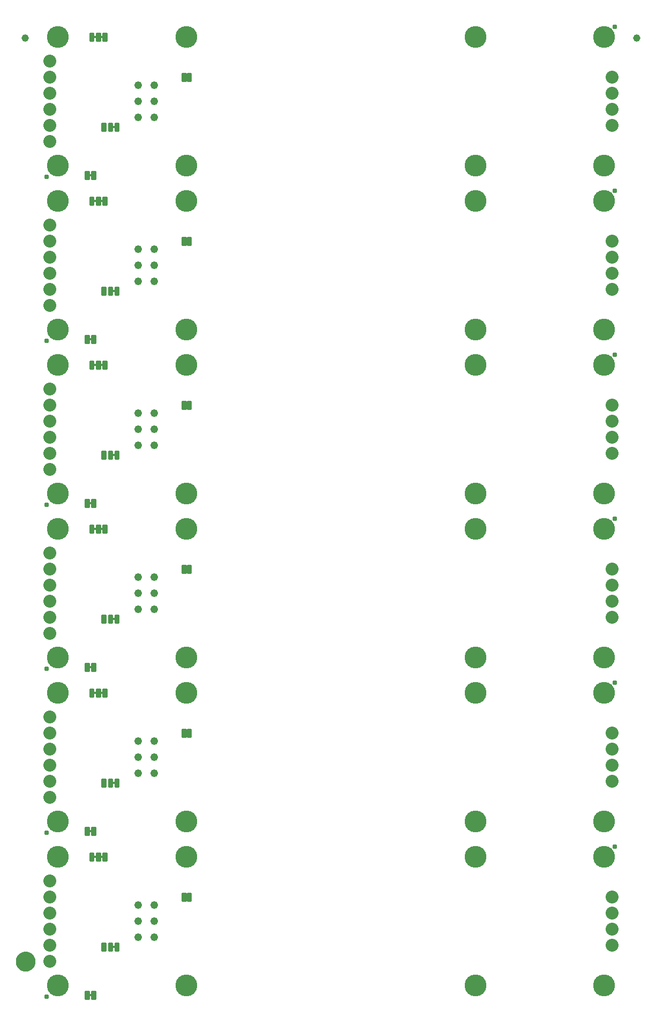
<source format=gbs>
G04 EAGLE Gerber RS-274X export*
G75*
%MOMM*%
%FSLAX34Y34*%
%LPD*%
%INSoldermask Bottom*%
%IPPOS*%
%AMOC8*
5,1,8,0,0,1.08239X$1,22.5*%
G01*
%ADD10C,3.454400*%
%ADD11C,0.787400*%
%ADD12C,1.221313*%
%ADD13C,0.251966*%
%ADD14C,2.032000*%
%ADD15C,1.152400*%
%ADD16C,1.270000*%
%ADD17C,1.652400*%

G36*
X95950Y1522107D02*
X95950Y1522107D01*
X96016Y1522109D01*
X96059Y1522127D01*
X96106Y1522135D01*
X96163Y1522169D01*
X96223Y1522194D01*
X96258Y1522225D01*
X96299Y1522250D01*
X96341Y1522301D01*
X96389Y1522345D01*
X96411Y1522387D01*
X96440Y1522424D01*
X96461Y1522486D01*
X96492Y1522545D01*
X96500Y1522599D01*
X96512Y1522636D01*
X96511Y1522676D01*
X96519Y1522730D01*
X96519Y1525270D01*
X96508Y1525335D01*
X96506Y1525401D01*
X96488Y1525444D01*
X96480Y1525491D01*
X96446Y1525548D01*
X96421Y1525608D01*
X96390Y1525643D01*
X96365Y1525684D01*
X96314Y1525726D01*
X96270Y1525774D01*
X96228Y1525796D01*
X96191Y1525825D01*
X96129Y1525846D01*
X96070Y1525877D01*
X96016Y1525885D01*
X95979Y1525897D01*
X95939Y1525896D01*
X95885Y1525904D01*
X92075Y1525904D01*
X92010Y1525893D01*
X91944Y1525891D01*
X91901Y1525873D01*
X91854Y1525865D01*
X91797Y1525831D01*
X91737Y1525806D01*
X91702Y1525775D01*
X91661Y1525750D01*
X91620Y1525699D01*
X91571Y1525655D01*
X91549Y1525613D01*
X91520Y1525576D01*
X91499Y1525514D01*
X91468Y1525455D01*
X91460Y1525401D01*
X91448Y1525364D01*
X91448Y1525361D01*
X91449Y1525324D01*
X91441Y1525270D01*
X91441Y1522730D01*
X91452Y1522665D01*
X91454Y1522599D01*
X91472Y1522556D01*
X91480Y1522509D01*
X91514Y1522452D01*
X91539Y1522392D01*
X91570Y1522357D01*
X91595Y1522316D01*
X91646Y1522275D01*
X91690Y1522226D01*
X91732Y1522204D01*
X91769Y1522175D01*
X91831Y1522154D01*
X91890Y1522123D01*
X91944Y1522115D01*
X91981Y1522103D01*
X92021Y1522104D01*
X92075Y1522096D01*
X95885Y1522096D01*
X95950Y1522107D01*
G37*
G36*
X85790Y1522107D02*
X85790Y1522107D01*
X85856Y1522109D01*
X85899Y1522127D01*
X85946Y1522135D01*
X86003Y1522169D01*
X86063Y1522194D01*
X86098Y1522225D01*
X86139Y1522250D01*
X86181Y1522301D01*
X86229Y1522345D01*
X86251Y1522387D01*
X86280Y1522424D01*
X86301Y1522486D01*
X86332Y1522545D01*
X86340Y1522599D01*
X86352Y1522636D01*
X86351Y1522676D01*
X86359Y1522730D01*
X86359Y1525270D01*
X86348Y1525335D01*
X86346Y1525401D01*
X86328Y1525444D01*
X86320Y1525491D01*
X86286Y1525548D01*
X86261Y1525608D01*
X86230Y1525643D01*
X86205Y1525684D01*
X86154Y1525726D01*
X86110Y1525774D01*
X86068Y1525796D01*
X86031Y1525825D01*
X85969Y1525846D01*
X85910Y1525877D01*
X85856Y1525885D01*
X85819Y1525897D01*
X85779Y1525896D01*
X85725Y1525904D01*
X81915Y1525904D01*
X81850Y1525893D01*
X81784Y1525891D01*
X81741Y1525873D01*
X81694Y1525865D01*
X81637Y1525831D01*
X81577Y1525806D01*
X81542Y1525775D01*
X81501Y1525750D01*
X81460Y1525699D01*
X81411Y1525655D01*
X81389Y1525613D01*
X81360Y1525576D01*
X81339Y1525514D01*
X81308Y1525455D01*
X81300Y1525401D01*
X81288Y1525364D01*
X81288Y1525361D01*
X81289Y1525324D01*
X81281Y1525270D01*
X81281Y1522730D01*
X81292Y1522665D01*
X81294Y1522599D01*
X81312Y1522556D01*
X81320Y1522509D01*
X81354Y1522452D01*
X81379Y1522392D01*
X81410Y1522357D01*
X81435Y1522316D01*
X81486Y1522275D01*
X81530Y1522226D01*
X81572Y1522204D01*
X81609Y1522175D01*
X81671Y1522154D01*
X81730Y1522123D01*
X81784Y1522115D01*
X81821Y1522103D01*
X81861Y1522104D01*
X81915Y1522096D01*
X85725Y1522096D01*
X85790Y1522107D01*
G37*
G36*
X115000Y1379867D02*
X115000Y1379867D01*
X115066Y1379869D01*
X115109Y1379887D01*
X115156Y1379895D01*
X115213Y1379929D01*
X115273Y1379954D01*
X115308Y1379985D01*
X115349Y1380010D01*
X115391Y1380061D01*
X115439Y1380105D01*
X115461Y1380147D01*
X115490Y1380184D01*
X115511Y1380246D01*
X115542Y1380305D01*
X115550Y1380359D01*
X115562Y1380396D01*
X115561Y1380436D01*
X115569Y1380490D01*
X115569Y1383030D01*
X115558Y1383095D01*
X115556Y1383161D01*
X115538Y1383204D01*
X115530Y1383251D01*
X115496Y1383308D01*
X115471Y1383368D01*
X115440Y1383403D01*
X115415Y1383444D01*
X115364Y1383486D01*
X115320Y1383534D01*
X115278Y1383556D01*
X115241Y1383585D01*
X115179Y1383606D01*
X115120Y1383637D01*
X115066Y1383645D01*
X115029Y1383657D01*
X114989Y1383656D01*
X114935Y1383664D01*
X111125Y1383664D01*
X111060Y1383653D01*
X110994Y1383651D01*
X110951Y1383633D01*
X110904Y1383625D01*
X110847Y1383591D01*
X110787Y1383566D01*
X110752Y1383535D01*
X110711Y1383510D01*
X110670Y1383459D01*
X110621Y1383415D01*
X110599Y1383373D01*
X110570Y1383336D01*
X110549Y1383274D01*
X110518Y1383215D01*
X110510Y1383161D01*
X110498Y1383124D01*
X110498Y1383121D01*
X110499Y1383084D01*
X110491Y1383030D01*
X110491Y1380490D01*
X110502Y1380425D01*
X110504Y1380359D01*
X110522Y1380316D01*
X110530Y1380269D01*
X110564Y1380212D01*
X110589Y1380152D01*
X110620Y1380117D01*
X110645Y1380076D01*
X110696Y1380035D01*
X110740Y1379986D01*
X110782Y1379964D01*
X110819Y1379935D01*
X110881Y1379914D01*
X110940Y1379883D01*
X110994Y1379875D01*
X111031Y1379863D01*
X111071Y1379864D01*
X111125Y1379856D01*
X114935Y1379856D01*
X115000Y1379867D01*
G37*
G36*
X78170Y1303667D02*
X78170Y1303667D01*
X78236Y1303669D01*
X78279Y1303687D01*
X78326Y1303695D01*
X78383Y1303729D01*
X78443Y1303754D01*
X78478Y1303785D01*
X78519Y1303810D01*
X78561Y1303861D01*
X78609Y1303905D01*
X78631Y1303947D01*
X78660Y1303984D01*
X78681Y1304046D01*
X78712Y1304105D01*
X78720Y1304159D01*
X78732Y1304196D01*
X78731Y1304236D01*
X78739Y1304290D01*
X78739Y1306830D01*
X78728Y1306895D01*
X78726Y1306961D01*
X78708Y1307004D01*
X78700Y1307051D01*
X78666Y1307108D01*
X78641Y1307168D01*
X78610Y1307203D01*
X78585Y1307244D01*
X78534Y1307286D01*
X78490Y1307334D01*
X78448Y1307356D01*
X78411Y1307385D01*
X78349Y1307406D01*
X78290Y1307437D01*
X78236Y1307445D01*
X78199Y1307457D01*
X78159Y1307456D01*
X78105Y1307464D01*
X74295Y1307464D01*
X74230Y1307453D01*
X74164Y1307451D01*
X74121Y1307433D01*
X74074Y1307425D01*
X74017Y1307391D01*
X73957Y1307366D01*
X73922Y1307335D01*
X73881Y1307310D01*
X73840Y1307259D01*
X73791Y1307215D01*
X73769Y1307173D01*
X73740Y1307136D01*
X73719Y1307074D01*
X73688Y1307015D01*
X73680Y1306961D01*
X73668Y1306924D01*
X73668Y1306921D01*
X73669Y1306884D01*
X73661Y1306830D01*
X73661Y1304290D01*
X73672Y1304225D01*
X73674Y1304159D01*
X73692Y1304116D01*
X73700Y1304069D01*
X73734Y1304012D01*
X73759Y1303952D01*
X73790Y1303917D01*
X73815Y1303876D01*
X73866Y1303835D01*
X73910Y1303786D01*
X73952Y1303764D01*
X73989Y1303735D01*
X74051Y1303714D01*
X74110Y1303683D01*
X74164Y1303675D01*
X74201Y1303663D01*
X74241Y1303664D01*
X74295Y1303656D01*
X78105Y1303656D01*
X78170Y1303667D01*
G37*
G36*
X95950Y1263027D02*
X95950Y1263027D01*
X96016Y1263029D01*
X96059Y1263047D01*
X96106Y1263055D01*
X96163Y1263089D01*
X96223Y1263114D01*
X96258Y1263145D01*
X96299Y1263170D01*
X96341Y1263221D01*
X96389Y1263265D01*
X96411Y1263307D01*
X96440Y1263344D01*
X96461Y1263406D01*
X96492Y1263465D01*
X96500Y1263519D01*
X96512Y1263556D01*
X96511Y1263596D01*
X96519Y1263650D01*
X96519Y1266190D01*
X96508Y1266255D01*
X96506Y1266321D01*
X96488Y1266364D01*
X96480Y1266411D01*
X96446Y1266468D01*
X96421Y1266528D01*
X96390Y1266563D01*
X96365Y1266604D01*
X96314Y1266646D01*
X96270Y1266694D01*
X96228Y1266716D01*
X96191Y1266745D01*
X96129Y1266766D01*
X96070Y1266797D01*
X96016Y1266805D01*
X95979Y1266817D01*
X95939Y1266816D01*
X95885Y1266824D01*
X92075Y1266824D01*
X92010Y1266813D01*
X91944Y1266811D01*
X91901Y1266793D01*
X91854Y1266785D01*
X91797Y1266751D01*
X91737Y1266726D01*
X91702Y1266695D01*
X91661Y1266670D01*
X91620Y1266619D01*
X91571Y1266575D01*
X91549Y1266533D01*
X91520Y1266496D01*
X91499Y1266434D01*
X91468Y1266375D01*
X91460Y1266321D01*
X91448Y1266284D01*
X91448Y1266281D01*
X91449Y1266244D01*
X91441Y1266190D01*
X91441Y1263650D01*
X91452Y1263585D01*
X91454Y1263519D01*
X91472Y1263476D01*
X91480Y1263429D01*
X91514Y1263372D01*
X91539Y1263312D01*
X91570Y1263277D01*
X91595Y1263236D01*
X91646Y1263195D01*
X91690Y1263146D01*
X91732Y1263124D01*
X91769Y1263095D01*
X91831Y1263074D01*
X91890Y1263043D01*
X91944Y1263035D01*
X91981Y1263023D01*
X92021Y1263024D01*
X92075Y1263016D01*
X95885Y1263016D01*
X95950Y1263027D01*
G37*
G36*
X85790Y1263027D02*
X85790Y1263027D01*
X85856Y1263029D01*
X85899Y1263047D01*
X85946Y1263055D01*
X86003Y1263089D01*
X86063Y1263114D01*
X86098Y1263145D01*
X86139Y1263170D01*
X86181Y1263221D01*
X86229Y1263265D01*
X86251Y1263307D01*
X86280Y1263344D01*
X86301Y1263406D01*
X86332Y1263465D01*
X86340Y1263519D01*
X86352Y1263556D01*
X86351Y1263596D01*
X86359Y1263650D01*
X86359Y1266190D01*
X86348Y1266255D01*
X86346Y1266321D01*
X86328Y1266364D01*
X86320Y1266411D01*
X86286Y1266468D01*
X86261Y1266528D01*
X86230Y1266563D01*
X86205Y1266604D01*
X86154Y1266646D01*
X86110Y1266694D01*
X86068Y1266716D01*
X86031Y1266745D01*
X85969Y1266766D01*
X85910Y1266797D01*
X85856Y1266805D01*
X85819Y1266817D01*
X85779Y1266816D01*
X85725Y1266824D01*
X81915Y1266824D01*
X81850Y1266813D01*
X81784Y1266811D01*
X81741Y1266793D01*
X81694Y1266785D01*
X81637Y1266751D01*
X81577Y1266726D01*
X81542Y1266695D01*
X81501Y1266670D01*
X81460Y1266619D01*
X81411Y1266575D01*
X81389Y1266533D01*
X81360Y1266496D01*
X81339Y1266434D01*
X81308Y1266375D01*
X81300Y1266321D01*
X81288Y1266284D01*
X81288Y1266281D01*
X81289Y1266244D01*
X81281Y1266190D01*
X81281Y1263650D01*
X81292Y1263585D01*
X81294Y1263519D01*
X81312Y1263476D01*
X81320Y1263429D01*
X81354Y1263372D01*
X81379Y1263312D01*
X81410Y1263277D01*
X81435Y1263236D01*
X81486Y1263195D01*
X81530Y1263146D01*
X81572Y1263124D01*
X81609Y1263095D01*
X81671Y1263074D01*
X81730Y1263043D01*
X81784Y1263035D01*
X81821Y1263023D01*
X81861Y1263024D01*
X81915Y1263016D01*
X85725Y1263016D01*
X85790Y1263027D01*
G37*
G36*
X115000Y1120787D02*
X115000Y1120787D01*
X115066Y1120789D01*
X115109Y1120807D01*
X115156Y1120815D01*
X115213Y1120849D01*
X115273Y1120874D01*
X115308Y1120905D01*
X115349Y1120930D01*
X115391Y1120981D01*
X115439Y1121025D01*
X115461Y1121067D01*
X115490Y1121104D01*
X115511Y1121166D01*
X115542Y1121225D01*
X115550Y1121279D01*
X115562Y1121316D01*
X115561Y1121356D01*
X115569Y1121410D01*
X115569Y1123950D01*
X115558Y1124015D01*
X115556Y1124081D01*
X115538Y1124124D01*
X115530Y1124171D01*
X115496Y1124228D01*
X115471Y1124288D01*
X115440Y1124323D01*
X115415Y1124364D01*
X115364Y1124406D01*
X115320Y1124454D01*
X115278Y1124476D01*
X115241Y1124505D01*
X115179Y1124526D01*
X115120Y1124557D01*
X115066Y1124565D01*
X115029Y1124577D01*
X114989Y1124576D01*
X114935Y1124584D01*
X111125Y1124584D01*
X111060Y1124573D01*
X110994Y1124571D01*
X110951Y1124553D01*
X110904Y1124545D01*
X110847Y1124511D01*
X110787Y1124486D01*
X110752Y1124455D01*
X110711Y1124430D01*
X110670Y1124379D01*
X110621Y1124335D01*
X110599Y1124293D01*
X110570Y1124256D01*
X110549Y1124194D01*
X110518Y1124135D01*
X110510Y1124081D01*
X110498Y1124044D01*
X110498Y1124041D01*
X110499Y1124004D01*
X110491Y1123950D01*
X110491Y1121410D01*
X110502Y1121345D01*
X110504Y1121279D01*
X110522Y1121236D01*
X110530Y1121189D01*
X110564Y1121132D01*
X110589Y1121072D01*
X110620Y1121037D01*
X110645Y1120996D01*
X110696Y1120955D01*
X110740Y1120906D01*
X110782Y1120884D01*
X110819Y1120855D01*
X110881Y1120834D01*
X110940Y1120803D01*
X110994Y1120795D01*
X111031Y1120783D01*
X111071Y1120784D01*
X111125Y1120776D01*
X114935Y1120776D01*
X115000Y1120787D01*
G37*
G36*
X78170Y1044587D02*
X78170Y1044587D01*
X78236Y1044589D01*
X78279Y1044607D01*
X78326Y1044615D01*
X78383Y1044649D01*
X78443Y1044674D01*
X78478Y1044705D01*
X78519Y1044730D01*
X78561Y1044781D01*
X78609Y1044825D01*
X78631Y1044867D01*
X78660Y1044904D01*
X78681Y1044966D01*
X78712Y1045025D01*
X78720Y1045079D01*
X78732Y1045116D01*
X78731Y1045156D01*
X78739Y1045210D01*
X78739Y1047750D01*
X78728Y1047815D01*
X78726Y1047881D01*
X78708Y1047924D01*
X78700Y1047971D01*
X78666Y1048028D01*
X78641Y1048088D01*
X78610Y1048123D01*
X78585Y1048164D01*
X78534Y1048206D01*
X78490Y1048254D01*
X78448Y1048276D01*
X78411Y1048305D01*
X78349Y1048326D01*
X78290Y1048357D01*
X78236Y1048365D01*
X78199Y1048377D01*
X78159Y1048376D01*
X78105Y1048384D01*
X74295Y1048384D01*
X74230Y1048373D01*
X74164Y1048371D01*
X74121Y1048353D01*
X74074Y1048345D01*
X74017Y1048311D01*
X73957Y1048286D01*
X73922Y1048255D01*
X73881Y1048230D01*
X73840Y1048179D01*
X73791Y1048135D01*
X73769Y1048093D01*
X73740Y1048056D01*
X73719Y1047994D01*
X73688Y1047935D01*
X73680Y1047881D01*
X73668Y1047844D01*
X73668Y1047841D01*
X73669Y1047804D01*
X73661Y1047750D01*
X73661Y1045210D01*
X73672Y1045145D01*
X73674Y1045079D01*
X73692Y1045036D01*
X73700Y1044989D01*
X73734Y1044932D01*
X73759Y1044872D01*
X73790Y1044837D01*
X73815Y1044796D01*
X73866Y1044755D01*
X73910Y1044706D01*
X73952Y1044684D01*
X73989Y1044655D01*
X74051Y1044634D01*
X74110Y1044603D01*
X74164Y1044595D01*
X74201Y1044583D01*
X74241Y1044584D01*
X74295Y1044576D01*
X78105Y1044576D01*
X78170Y1044587D01*
G37*
G36*
X85790Y1003947D02*
X85790Y1003947D01*
X85856Y1003949D01*
X85899Y1003967D01*
X85946Y1003975D01*
X86003Y1004009D01*
X86063Y1004034D01*
X86098Y1004065D01*
X86139Y1004090D01*
X86181Y1004141D01*
X86229Y1004185D01*
X86251Y1004227D01*
X86280Y1004264D01*
X86301Y1004326D01*
X86332Y1004385D01*
X86340Y1004439D01*
X86352Y1004476D01*
X86351Y1004516D01*
X86359Y1004570D01*
X86359Y1007110D01*
X86348Y1007175D01*
X86346Y1007241D01*
X86328Y1007284D01*
X86320Y1007331D01*
X86286Y1007388D01*
X86261Y1007448D01*
X86230Y1007483D01*
X86205Y1007524D01*
X86154Y1007566D01*
X86110Y1007614D01*
X86068Y1007636D01*
X86031Y1007665D01*
X85969Y1007686D01*
X85910Y1007717D01*
X85856Y1007725D01*
X85819Y1007737D01*
X85779Y1007736D01*
X85725Y1007744D01*
X81915Y1007744D01*
X81850Y1007733D01*
X81784Y1007731D01*
X81741Y1007713D01*
X81694Y1007705D01*
X81637Y1007671D01*
X81577Y1007646D01*
X81542Y1007615D01*
X81501Y1007590D01*
X81460Y1007539D01*
X81411Y1007495D01*
X81389Y1007453D01*
X81360Y1007416D01*
X81339Y1007354D01*
X81308Y1007295D01*
X81300Y1007241D01*
X81288Y1007204D01*
X81288Y1007201D01*
X81289Y1007164D01*
X81281Y1007110D01*
X81281Y1004570D01*
X81292Y1004505D01*
X81294Y1004439D01*
X81312Y1004396D01*
X81320Y1004349D01*
X81354Y1004292D01*
X81379Y1004232D01*
X81410Y1004197D01*
X81435Y1004156D01*
X81486Y1004115D01*
X81530Y1004066D01*
X81572Y1004044D01*
X81609Y1004015D01*
X81671Y1003994D01*
X81730Y1003963D01*
X81784Y1003955D01*
X81821Y1003943D01*
X81861Y1003944D01*
X81915Y1003936D01*
X85725Y1003936D01*
X85790Y1003947D01*
G37*
G36*
X95950Y1003947D02*
X95950Y1003947D01*
X96016Y1003949D01*
X96059Y1003967D01*
X96106Y1003975D01*
X96163Y1004009D01*
X96223Y1004034D01*
X96258Y1004065D01*
X96299Y1004090D01*
X96341Y1004141D01*
X96389Y1004185D01*
X96411Y1004227D01*
X96440Y1004264D01*
X96461Y1004326D01*
X96492Y1004385D01*
X96500Y1004439D01*
X96512Y1004476D01*
X96511Y1004516D01*
X96519Y1004570D01*
X96519Y1007110D01*
X96508Y1007175D01*
X96506Y1007241D01*
X96488Y1007284D01*
X96480Y1007331D01*
X96446Y1007388D01*
X96421Y1007448D01*
X96390Y1007483D01*
X96365Y1007524D01*
X96314Y1007566D01*
X96270Y1007614D01*
X96228Y1007636D01*
X96191Y1007665D01*
X96129Y1007686D01*
X96070Y1007717D01*
X96016Y1007725D01*
X95979Y1007737D01*
X95939Y1007736D01*
X95885Y1007744D01*
X92075Y1007744D01*
X92010Y1007733D01*
X91944Y1007731D01*
X91901Y1007713D01*
X91854Y1007705D01*
X91797Y1007671D01*
X91737Y1007646D01*
X91702Y1007615D01*
X91661Y1007590D01*
X91620Y1007539D01*
X91571Y1007495D01*
X91549Y1007453D01*
X91520Y1007416D01*
X91499Y1007354D01*
X91468Y1007295D01*
X91460Y1007241D01*
X91448Y1007204D01*
X91448Y1007201D01*
X91449Y1007164D01*
X91441Y1007110D01*
X91441Y1004570D01*
X91452Y1004505D01*
X91454Y1004439D01*
X91472Y1004396D01*
X91480Y1004349D01*
X91514Y1004292D01*
X91539Y1004232D01*
X91570Y1004197D01*
X91595Y1004156D01*
X91646Y1004115D01*
X91690Y1004066D01*
X91732Y1004044D01*
X91769Y1004015D01*
X91831Y1003994D01*
X91890Y1003963D01*
X91944Y1003955D01*
X91981Y1003943D01*
X92021Y1003944D01*
X92075Y1003936D01*
X95885Y1003936D01*
X95950Y1003947D01*
G37*
G36*
X115000Y861707D02*
X115000Y861707D01*
X115066Y861709D01*
X115109Y861727D01*
X115156Y861735D01*
X115213Y861769D01*
X115273Y861794D01*
X115308Y861825D01*
X115349Y861850D01*
X115391Y861901D01*
X115439Y861945D01*
X115461Y861987D01*
X115490Y862024D01*
X115511Y862086D01*
X115542Y862145D01*
X115550Y862199D01*
X115562Y862236D01*
X115561Y862276D01*
X115569Y862330D01*
X115569Y864870D01*
X115558Y864935D01*
X115556Y865001D01*
X115538Y865044D01*
X115530Y865091D01*
X115496Y865148D01*
X115471Y865208D01*
X115440Y865243D01*
X115415Y865284D01*
X115364Y865326D01*
X115320Y865374D01*
X115278Y865396D01*
X115241Y865425D01*
X115179Y865446D01*
X115120Y865477D01*
X115066Y865485D01*
X115029Y865497D01*
X114989Y865496D01*
X114935Y865504D01*
X111125Y865504D01*
X111060Y865493D01*
X110994Y865491D01*
X110951Y865473D01*
X110904Y865465D01*
X110847Y865431D01*
X110787Y865406D01*
X110752Y865375D01*
X110711Y865350D01*
X110670Y865299D01*
X110621Y865255D01*
X110599Y865213D01*
X110570Y865176D01*
X110549Y865114D01*
X110518Y865055D01*
X110510Y865001D01*
X110498Y864964D01*
X110498Y864961D01*
X110499Y864924D01*
X110491Y864870D01*
X110491Y862330D01*
X110502Y862265D01*
X110504Y862199D01*
X110522Y862156D01*
X110530Y862109D01*
X110564Y862052D01*
X110589Y861992D01*
X110620Y861957D01*
X110645Y861916D01*
X110696Y861875D01*
X110740Y861826D01*
X110782Y861804D01*
X110819Y861775D01*
X110881Y861754D01*
X110940Y861723D01*
X110994Y861715D01*
X111031Y861703D01*
X111071Y861704D01*
X111125Y861696D01*
X114935Y861696D01*
X115000Y861707D01*
G37*
G36*
X78170Y785507D02*
X78170Y785507D01*
X78236Y785509D01*
X78279Y785527D01*
X78326Y785535D01*
X78383Y785569D01*
X78443Y785594D01*
X78478Y785625D01*
X78519Y785650D01*
X78561Y785701D01*
X78609Y785745D01*
X78631Y785787D01*
X78660Y785824D01*
X78681Y785886D01*
X78712Y785945D01*
X78720Y785999D01*
X78732Y786036D01*
X78731Y786076D01*
X78739Y786130D01*
X78739Y788670D01*
X78728Y788735D01*
X78726Y788801D01*
X78708Y788844D01*
X78700Y788891D01*
X78666Y788948D01*
X78641Y789008D01*
X78610Y789043D01*
X78585Y789084D01*
X78534Y789126D01*
X78490Y789174D01*
X78448Y789196D01*
X78411Y789225D01*
X78349Y789246D01*
X78290Y789277D01*
X78236Y789285D01*
X78199Y789297D01*
X78159Y789296D01*
X78105Y789304D01*
X74295Y789304D01*
X74230Y789293D01*
X74164Y789291D01*
X74121Y789273D01*
X74074Y789265D01*
X74017Y789231D01*
X73957Y789206D01*
X73922Y789175D01*
X73881Y789150D01*
X73840Y789099D01*
X73791Y789055D01*
X73769Y789013D01*
X73740Y788976D01*
X73719Y788914D01*
X73688Y788855D01*
X73680Y788801D01*
X73668Y788764D01*
X73668Y788761D01*
X73669Y788724D01*
X73661Y788670D01*
X73661Y786130D01*
X73672Y786065D01*
X73674Y785999D01*
X73692Y785956D01*
X73700Y785909D01*
X73734Y785852D01*
X73759Y785792D01*
X73790Y785757D01*
X73815Y785716D01*
X73866Y785675D01*
X73910Y785626D01*
X73952Y785604D01*
X73989Y785575D01*
X74051Y785554D01*
X74110Y785523D01*
X74164Y785515D01*
X74201Y785503D01*
X74241Y785504D01*
X74295Y785496D01*
X78105Y785496D01*
X78170Y785507D01*
G37*
G36*
X95950Y744867D02*
X95950Y744867D01*
X96016Y744869D01*
X96059Y744887D01*
X96106Y744895D01*
X96163Y744929D01*
X96223Y744954D01*
X96258Y744985D01*
X96299Y745010D01*
X96341Y745061D01*
X96389Y745105D01*
X96411Y745147D01*
X96440Y745184D01*
X96461Y745246D01*
X96492Y745305D01*
X96500Y745359D01*
X96512Y745396D01*
X96511Y745436D01*
X96519Y745490D01*
X96519Y748030D01*
X96508Y748095D01*
X96506Y748161D01*
X96488Y748204D01*
X96480Y748251D01*
X96446Y748308D01*
X96421Y748368D01*
X96390Y748403D01*
X96365Y748444D01*
X96314Y748486D01*
X96270Y748534D01*
X96228Y748556D01*
X96191Y748585D01*
X96129Y748606D01*
X96070Y748637D01*
X96016Y748645D01*
X95979Y748657D01*
X95939Y748656D01*
X95885Y748664D01*
X92075Y748664D01*
X92010Y748653D01*
X91944Y748651D01*
X91901Y748633D01*
X91854Y748625D01*
X91797Y748591D01*
X91737Y748566D01*
X91702Y748535D01*
X91661Y748510D01*
X91620Y748459D01*
X91571Y748415D01*
X91549Y748373D01*
X91520Y748336D01*
X91499Y748274D01*
X91468Y748215D01*
X91460Y748161D01*
X91448Y748124D01*
X91448Y748121D01*
X91449Y748084D01*
X91441Y748030D01*
X91441Y745490D01*
X91452Y745425D01*
X91454Y745359D01*
X91472Y745316D01*
X91480Y745269D01*
X91514Y745212D01*
X91539Y745152D01*
X91570Y745117D01*
X91595Y745076D01*
X91646Y745035D01*
X91690Y744986D01*
X91732Y744964D01*
X91769Y744935D01*
X91831Y744914D01*
X91890Y744883D01*
X91944Y744875D01*
X91981Y744863D01*
X92021Y744864D01*
X92075Y744856D01*
X95885Y744856D01*
X95950Y744867D01*
G37*
G36*
X85790Y744867D02*
X85790Y744867D01*
X85856Y744869D01*
X85899Y744887D01*
X85946Y744895D01*
X86003Y744929D01*
X86063Y744954D01*
X86098Y744985D01*
X86139Y745010D01*
X86181Y745061D01*
X86229Y745105D01*
X86251Y745147D01*
X86280Y745184D01*
X86301Y745246D01*
X86332Y745305D01*
X86340Y745359D01*
X86352Y745396D01*
X86351Y745436D01*
X86359Y745490D01*
X86359Y748030D01*
X86348Y748095D01*
X86346Y748161D01*
X86328Y748204D01*
X86320Y748251D01*
X86286Y748308D01*
X86261Y748368D01*
X86230Y748403D01*
X86205Y748444D01*
X86154Y748486D01*
X86110Y748534D01*
X86068Y748556D01*
X86031Y748585D01*
X85969Y748606D01*
X85910Y748637D01*
X85856Y748645D01*
X85819Y748657D01*
X85779Y748656D01*
X85725Y748664D01*
X81915Y748664D01*
X81850Y748653D01*
X81784Y748651D01*
X81741Y748633D01*
X81694Y748625D01*
X81637Y748591D01*
X81577Y748566D01*
X81542Y748535D01*
X81501Y748510D01*
X81460Y748459D01*
X81411Y748415D01*
X81389Y748373D01*
X81360Y748336D01*
X81339Y748274D01*
X81308Y748215D01*
X81300Y748161D01*
X81288Y748124D01*
X81288Y748121D01*
X81289Y748084D01*
X81281Y748030D01*
X81281Y745490D01*
X81292Y745425D01*
X81294Y745359D01*
X81312Y745316D01*
X81320Y745269D01*
X81354Y745212D01*
X81379Y745152D01*
X81410Y745117D01*
X81435Y745076D01*
X81486Y745035D01*
X81530Y744986D01*
X81572Y744964D01*
X81609Y744935D01*
X81671Y744914D01*
X81730Y744883D01*
X81784Y744875D01*
X81821Y744863D01*
X81861Y744864D01*
X81915Y744856D01*
X85725Y744856D01*
X85790Y744867D01*
G37*
G36*
X115000Y602627D02*
X115000Y602627D01*
X115066Y602629D01*
X115109Y602647D01*
X115156Y602655D01*
X115213Y602689D01*
X115273Y602714D01*
X115308Y602745D01*
X115349Y602770D01*
X115391Y602821D01*
X115439Y602865D01*
X115461Y602907D01*
X115490Y602944D01*
X115511Y603006D01*
X115542Y603065D01*
X115550Y603119D01*
X115562Y603156D01*
X115561Y603196D01*
X115569Y603250D01*
X115569Y605790D01*
X115558Y605855D01*
X115556Y605921D01*
X115538Y605964D01*
X115530Y606011D01*
X115496Y606068D01*
X115471Y606128D01*
X115440Y606163D01*
X115415Y606204D01*
X115364Y606246D01*
X115320Y606294D01*
X115278Y606316D01*
X115241Y606345D01*
X115179Y606366D01*
X115120Y606397D01*
X115066Y606405D01*
X115029Y606417D01*
X114989Y606416D01*
X114935Y606424D01*
X111125Y606424D01*
X111060Y606413D01*
X110994Y606411D01*
X110951Y606393D01*
X110904Y606385D01*
X110847Y606351D01*
X110787Y606326D01*
X110752Y606295D01*
X110711Y606270D01*
X110670Y606219D01*
X110621Y606175D01*
X110599Y606133D01*
X110570Y606096D01*
X110549Y606034D01*
X110518Y605975D01*
X110510Y605921D01*
X110498Y605884D01*
X110498Y605881D01*
X110499Y605844D01*
X110491Y605790D01*
X110491Y603250D01*
X110502Y603185D01*
X110504Y603119D01*
X110522Y603076D01*
X110530Y603029D01*
X110564Y602972D01*
X110589Y602912D01*
X110620Y602877D01*
X110645Y602836D01*
X110696Y602795D01*
X110740Y602746D01*
X110782Y602724D01*
X110819Y602695D01*
X110881Y602674D01*
X110940Y602643D01*
X110994Y602635D01*
X111031Y602623D01*
X111071Y602624D01*
X111125Y602616D01*
X114935Y602616D01*
X115000Y602627D01*
G37*
G36*
X78170Y526427D02*
X78170Y526427D01*
X78236Y526429D01*
X78279Y526447D01*
X78326Y526455D01*
X78383Y526489D01*
X78443Y526514D01*
X78478Y526545D01*
X78519Y526570D01*
X78561Y526621D01*
X78609Y526665D01*
X78631Y526707D01*
X78660Y526744D01*
X78681Y526806D01*
X78712Y526865D01*
X78720Y526919D01*
X78732Y526956D01*
X78731Y526996D01*
X78739Y527050D01*
X78739Y529590D01*
X78728Y529655D01*
X78726Y529721D01*
X78708Y529764D01*
X78700Y529811D01*
X78666Y529868D01*
X78641Y529928D01*
X78610Y529963D01*
X78585Y530004D01*
X78534Y530046D01*
X78490Y530094D01*
X78448Y530116D01*
X78411Y530145D01*
X78349Y530166D01*
X78290Y530197D01*
X78236Y530205D01*
X78199Y530217D01*
X78159Y530216D01*
X78105Y530224D01*
X74295Y530224D01*
X74230Y530213D01*
X74164Y530211D01*
X74121Y530193D01*
X74074Y530185D01*
X74017Y530151D01*
X73957Y530126D01*
X73922Y530095D01*
X73881Y530070D01*
X73840Y530019D01*
X73791Y529975D01*
X73769Y529933D01*
X73740Y529896D01*
X73719Y529834D01*
X73688Y529775D01*
X73680Y529721D01*
X73668Y529684D01*
X73668Y529681D01*
X73669Y529644D01*
X73661Y529590D01*
X73661Y527050D01*
X73672Y526985D01*
X73674Y526919D01*
X73692Y526876D01*
X73700Y526829D01*
X73734Y526772D01*
X73759Y526712D01*
X73790Y526677D01*
X73815Y526636D01*
X73866Y526595D01*
X73910Y526546D01*
X73952Y526524D01*
X73989Y526495D01*
X74051Y526474D01*
X74110Y526443D01*
X74164Y526435D01*
X74201Y526423D01*
X74241Y526424D01*
X74295Y526416D01*
X78105Y526416D01*
X78170Y526427D01*
G37*
G36*
X85790Y485787D02*
X85790Y485787D01*
X85856Y485789D01*
X85899Y485807D01*
X85946Y485815D01*
X86003Y485849D01*
X86063Y485874D01*
X86098Y485905D01*
X86139Y485930D01*
X86181Y485981D01*
X86229Y486025D01*
X86251Y486067D01*
X86280Y486104D01*
X86301Y486166D01*
X86332Y486225D01*
X86340Y486279D01*
X86352Y486316D01*
X86351Y486356D01*
X86359Y486410D01*
X86359Y488950D01*
X86348Y489015D01*
X86346Y489081D01*
X86328Y489124D01*
X86320Y489171D01*
X86286Y489228D01*
X86261Y489288D01*
X86230Y489323D01*
X86205Y489364D01*
X86154Y489406D01*
X86110Y489454D01*
X86068Y489476D01*
X86031Y489505D01*
X85969Y489526D01*
X85910Y489557D01*
X85856Y489565D01*
X85819Y489577D01*
X85779Y489576D01*
X85725Y489584D01*
X81915Y489584D01*
X81850Y489573D01*
X81784Y489571D01*
X81741Y489553D01*
X81694Y489545D01*
X81637Y489511D01*
X81577Y489486D01*
X81542Y489455D01*
X81501Y489430D01*
X81460Y489379D01*
X81411Y489335D01*
X81389Y489293D01*
X81360Y489256D01*
X81339Y489194D01*
X81308Y489135D01*
X81300Y489081D01*
X81288Y489044D01*
X81288Y489041D01*
X81289Y489004D01*
X81281Y488950D01*
X81281Y486410D01*
X81292Y486345D01*
X81294Y486279D01*
X81312Y486236D01*
X81320Y486189D01*
X81354Y486132D01*
X81379Y486072D01*
X81410Y486037D01*
X81435Y485996D01*
X81486Y485955D01*
X81530Y485906D01*
X81572Y485884D01*
X81609Y485855D01*
X81671Y485834D01*
X81730Y485803D01*
X81784Y485795D01*
X81821Y485783D01*
X81861Y485784D01*
X81915Y485776D01*
X85725Y485776D01*
X85790Y485787D01*
G37*
G36*
X95950Y485787D02*
X95950Y485787D01*
X96016Y485789D01*
X96059Y485807D01*
X96106Y485815D01*
X96163Y485849D01*
X96223Y485874D01*
X96258Y485905D01*
X96299Y485930D01*
X96341Y485981D01*
X96389Y486025D01*
X96411Y486067D01*
X96440Y486104D01*
X96461Y486166D01*
X96492Y486225D01*
X96500Y486279D01*
X96512Y486316D01*
X96511Y486356D01*
X96519Y486410D01*
X96519Y488950D01*
X96508Y489015D01*
X96506Y489081D01*
X96488Y489124D01*
X96480Y489171D01*
X96446Y489228D01*
X96421Y489288D01*
X96390Y489323D01*
X96365Y489364D01*
X96314Y489406D01*
X96270Y489454D01*
X96228Y489476D01*
X96191Y489505D01*
X96129Y489526D01*
X96070Y489557D01*
X96016Y489565D01*
X95979Y489577D01*
X95939Y489576D01*
X95885Y489584D01*
X92075Y489584D01*
X92010Y489573D01*
X91944Y489571D01*
X91901Y489553D01*
X91854Y489545D01*
X91797Y489511D01*
X91737Y489486D01*
X91702Y489455D01*
X91661Y489430D01*
X91620Y489379D01*
X91571Y489335D01*
X91549Y489293D01*
X91520Y489256D01*
X91499Y489194D01*
X91468Y489135D01*
X91460Y489081D01*
X91448Y489044D01*
X91448Y489041D01*
X91449Y489004D01*
X91441Y488950D01*
X91441Y486410D01*
X91452Y486345D01*
X91454Y486279D01*
X91472Y486236D01*
X91480Y486189D01*
X91514Y486132D01*
X91539Y486072D01*
X91570Y486037D01*
X91595Y485996D01*
X91646Y485955D01*
X91690Y485906D01*
X91732Y485884D01*
X91769Y485855D01*
X91831Y485834D01*
X91890Y485803D01*
X91944Y485795D01*
X91981Y485783D01*
X92021Y485784D01*
X92075Y485776D01*
X95885Y485776D01*
X95950Y485787D01*
G37*
G36*
X115000Y343547D02*
X115000Y343547D01*
X115066Y343549D01*
X115109Y343567D01*
X115156Y343575D01*
X115213Y343609D01*
X115273Y343634D01*
X115308Y343665D01*
X115349Y343690D01*
X115391Y343741D01*
X115439Y343785D01*
X115461Y343827D01*
X115490Y343864D01*
X115511Y343926D01*
X115542Y343985D01*
X115550Y344039D01*
X115562Y344076D01*
X115561Y344116D01*
X115569Y344170D01*
X115569Y346710D01*
X115558Y346775D01*
X115556Y346841D01*
X115538Y346884D01*
X115530Y346931D01*
X115496Y346988D01*
X115471Y347048D01*
X115440Y347083D01*
X115415Y347124D01*
X115364Y347166D01*
X115320Y347214D01*
X115278Y347236D01*
X115241Y347265D01*
X115179Y347286D01*
X115120Y347317D01*
X115066Y347325D01*
X115029Y347337D01*
X114989Y347336D01*
X114935Y347344D01*
X111125Y347344D01*
X111060Y347333D01*
X110994Y347331D01*
X110951Y347313D01*
X110904Y347305D01*
X110847Y347271D01*
X110787Y347246D01*
X110752Y347215D01*
X110711Y347190D01*
X110670Y347139D01*
X110621Y347095D01*
X110599Y347053D01*
X110570Y347016D01*
X110549Y346954D01*
X110518Y346895D01*
X110510Y346841D01*
X110498Y346804D01*
X110498Y346801D01*
X110499Y346764D01*
X110491Y346710D01*
X110491Y344170D01*
X110502Y344105D01*
X110504Y344039D01*
X110522Y343996D01*
X110530Y343949D01*
X110564Y343892D01*
X110589Y343832D01*
X110620Y343797D01*
X110645Y343756D01*
X110696Y343715D01*
X110740Y343666D01*
X110782Y343644D01*
X110819Y343615D01*
X110881Y343594D01*
X110940Y343563D01*
X110994Y343555D01*
X111031Y343543D01*
X111071Y343544D01*
X111125Y343536D01*
X114935Y343536D01*
X115000Y343547D01*
G37*
G36*
X78170Y267347D02*
X78170Y267347D01*
X78236Y267349D01*
X78279Y267367D01*
X78326Y267375D01*
X78383Y267409D01*
X78443Y267434D01*
X78478Y267465D01*
X78519Y267490D01*
X78561Y267541D01*
X78609Y267585D01*
X78631Y267627D01*
X78660Y267664D01*
X78681Y267726D01*
X78712Y267785D01*
X78720Y267839D01*
X78732Y267876D01*
X78731Y267916D01*
X78739Y267970D01*
X78739Y270510D01*
X78728Y270575D01*
X78726Y270641D01*
X78708Y270684D01*
X78700Y270731D01*
X78666Y270788D01*
X78641Y270848D01*
X78610Y270883D01*
X78585Y270924D01*
X78534Y270966D01*
X78490Y271014D01*
X78448Y271036D01*
X78411Y271065D01*
X78349Y271086D01*
X78290Y271117D01*
X78236Y271125D01*
X78199Y271137D01*
X78159Y271136D01*
X78105Y271144D01*
X74295Y271144D01*
X74230Y271133D01*
X74164Y271131D01*
X74121Y271113D01*
X74074Y271105D01*
X74017Y271071D01*
X73957Y271046D01*
X73922Y271015D01*
X73881Y270990D01*
X73840Y270939D01*
X73791Y270895D01*
X73769Y270853D01*
X73740Y270816D01*
X73719Y270754D01*
X73688Y270695D01*
X73680Y270641D01*
X73668Y270604D01*
X73668Y270601D01*
X73669Y270564D01*
X73661Y270510D01*
X73661Y267970D01*
X73672Y267905D01*
X73674Y267839D01*
X73692Y267796D01*
X73700Y267749D01*
X73734Y267692D01*
X73759Y267632D01*
X73790Y267597D01*
X73815Y267556D01*
X73866Y267515D01*
X73910Y267466D01*
X73952Y267444D01*
X73989Y267415D01*
X74051Y267394D01*
X74110Y267363D01*
X74164Y267355D01*
X74201Y267343D01*
X74241Y267344D01*
X74295Y267336D01*
X78105Y267336D01*
X78170Y267347D01*
G37*
G36*
X95950Y226707D02*
X95950Y226707D01*
X96016Y226709D01*
X96059Y226727D01*
X96106Y226735D01*
X96163Y226769D01*
X96223Y226794D01*
X96258Y226825D01*
X96299Y226850D01*
X96341Y226901D01*
X96389Y226945D01*
X96411Y226987D01*
X96440Y227024D01*
X96461Y227086D01*
X96492Y227145D01*
X96500Y227199D01*
X96512Y227236D01*
X96511Y227276D01*
X96519Y227330D01*
X96519Y229870D01*
X96508Y229935D01*
X96506Y230001D01*
X96488Y230044D01*
X96480Y230091D01*
X96446Y230148D01*
X96421Y230208D01*
X96390Y230243D01*
X96365Y230284D01*
X96314Y230326D01*
X96270Y230374D01*
X96228Y230396D01*
X96191Y230425D01*
X96129Y230446D01*
X96070Y230477D01*
X96016Y230485D01*
X95979Y230497D01*
X95939Y230496D01*
X95885Y230504D01*
X92075Y230504D01*
X92010Y230493D01*
X91944Y230491D01*
X91901Y230473D01*
X91854Y230465D01*
X91797Y230431D01*
X91737Y230406D01*
X91702Y230375D01*
X91661Y230350D01*
X91620Y230299D01*
X91571Y230255D01*
X91549Y230213D01*
X91520Y230176D01*
X91499Y230114D01*
X91468Y230055D01*
X91460Y230001D01*
X91448Y229964D01*
X91448Y229961D01*
X91449Y229924D01*
X91441Y229870D01*
X91441Y227330D01*
X91452Y227265D01*
X91454Y227199D01*
X91472Y227156D01*
X91480Y227109D01*
X91514Y227052D01*
X91539Y226992D01*
X91570Y226957D01*
X91595Y226916D01*
X91646Y226875D01*
X91690Y226826D01*
X91732Y226804D01*
X91769Y226775D01*
X91831Y226754D01*
X91890Y226723D01*
X91944Y226715D01*
X91981Y226703D01*
X92021Y226704D01*
X92075Y226696D01*
X95885Y226696D01*
X95950Y226707D01*
G37*
G36*
X85790Y226707D02*
X85790Y226707D01*
X85856Y226709D01*
X85899Y226727D01*
X85946Y226735D01*
X86003Y226769D01*
X86063Y226794D01*
X86098Y226825D01*
X86139Y226850D01*
X86181Y226901D01*
X86229Y226945D01*
X86251Y226987D01*
X86280Y227024D01*
X86301Y227086D01*
X86332Y227145D01*
X86340Y227199D01*
X86352Y227236D01*
X86351Y227276D01*
X86359Y227330D01*
X86359Y229870D01*
X86348Y229935D01*
X86346Y230001D01*
X86328Y230044D01*
X86320Y230091D01*
X86286Y230148D01*
X86261Y230208D01*
X86230Y230243D01*
X86205Y230284D01*
X86154Y230326D01*
X86110Y230374D01*
X86068Y230396D01*
X86031Y230425D01*
X85969Y230446D01*
X85910Y230477D01*
X85856Y230485D01*
X85819Y230497D01*
X85779Y230496D01*
X85725Y230504D01*
X81915Y230504D01*
X81850Y230493D01*
X81784Y230491D01*
X81741Y230473D01*
X81694Y230465D01*
X81637Y230431D01*
X81577Y230406D01*
X81542Y230375D01*
X81501Y230350D01*
X81460Y230299D01*
X81411Y230255D01*
X81389Y230213D01*
X81360Y230176D01*
X81339Y230114D01*
X81308Y230055D01*
X81300Y230001D01*
X81288Y229964D01*
X81288Y229961D01*
X81289Y229924D01*
X81281Y229870D01*
X81281Y227330D01*
X81292Y227265D01*
X81294Y227199D01*
X81312Y227156D01*
X81320Y227109D01*
X81354Y227052D01*
X81379Y226992D01*
X81410Y226957D01*
X81435Y226916D01*
X81486Y226875D01*
X81530Y226826D01*
X81572Y226804D01*
X81609Y226775D01*
X81671Y226754D01*
X81730Y226723D01*
X81784Y226715D01*
X81821Y226703D01*
X81861Y226704D01*
X81915Y226696D01*
X85725Y226696D01*
X85790Y226707D01*
G37*
G36*
X115000Y84467D02*
X115000Y84467D01*
X115066Y84469D01*
X115109Y84487D01*
X115156Y84495D01*
X115213Y84529D01*
X115273Y84554D01*
X115308Y84585D01*
X115349Y84610D01*
X115391Y84661D01*
X115439Y84705D01*
X115461Y84747D01*
X115490Y84784D01*
X115511Y84846D01*
X115542Y84905D01*
X115550Y84959D01*
X115562Y84996D01*
X115561Y85036D01*
X115569Y85090D01*
X115569Y87630D01*
X115558Y87695D01*
X115556Y87761D01*
X115538Y87804D01*
X115530Y87851D01*
X115496Y87908D01*
X115471Y87968D01*
X115440Y88003D01*
X115415Y88044D01*
X115364Y88086D01*
X115320Y88134D01*
X115278Y88156D01*
X115241Y88185D01*
X115179Y88206D01*
X115120Y88237D01*
X115066Y88245D01*
X115029Y88257D01*
X114989Y88256D01*
X114935Y88264D01*
X111125Y88264D01*
X111060Y88253D01*
X110994Y88251D01*
X110951Y88233D01*
X110904Y88225D01*
X110847Y88191D01*
X110787Y88166D01*
X110752Y88135D01*
X110711Y88110D01*
X110670Y88059D01*
X110621Y88015D01*
X110599Y87973D01*
X110570Y87936D01*
X110549Y87874D01*
X110518Y87815D01*
X110510Y87761D01*
X110498Y87724D01*
X110498Y87721D01*
X110499Y87684D01*
X110491Y87630D01*
X110491Y85090D01*
X110502Y85025D01*
X110504Y84959D01*
X110522Y84916D01*
X110530Y84869D01*
X110564Y84812D01*
X110589Y84752D01*
X110620Y84717D01*
X110645Y84676D01*
X110696Y84635D01*
X110740Y84586D01*
X110782Y84564D01*
X110819Y84535D01*
X110881Y84514D01*
X110940Y84483D01*
X110994Y84475D01*
X111031Y84463D01*
X111071Y84464D01*
X111125Y84456D01*
X114935Y84456D01*
X115000Y84467D01*
G37*
G36*
X78170Y8267D02*
X78170Y8267D01*
X78236Y8269D01*
X78279Y8287D01*
X78326Y8295D01*
X78383Y8329D01*
X78443Y8354D01*
X78478Y8385D01*
X78519Y8410D01*
X78561Y8461D01*
X78609Y8505D01*
X78631Y8547D01*
X78660Y8584D01*
X78681Y8646D01*
X78712Y8705D01*
X78720Y8759D01*
X78732Y8796D01*
X78731Y8836D01*
X78739Y8890D01*
X78739Y11430D01*
X78728Y11495D01*
X78726Y11561D01*
X78708Y11604D01*
X78700Y11651D01*
X78666Y11708D01*
X78641Y11768D01*
X78610Y11803D01*
X78585Y11844D01*
X78534Y11886D01*
X78490Y11934D01*
X78448Y11956D01*
X78411Y11985D01*
X78349Y12006D01*
X78290Y12037D01*
X78236Y12045D01*
X78199Y12057D01*
X78159Y12056D01*
X78105Y12064D01*
X74295Y12064D01*
X74230Y12053D01*
X74164Y12051D01*
X74121Y12033D01*
X74074Y12025D01*
X74017Y11991D01*
X73957Y11966D01*
X73922Y11935D01*
X73881Y11910D01*
X73840Y11859D01*
X73791Y11815D01*
X73769Y11773D01*
X73740Y11736D01*
X73719Y11674D01*
X73688Y11615D01*
X73680Y11561D01*
X73668Y11524D01*
X73668Y11521D01*
X73669Y11484D01*
X73661Y11430D01*
X73661Y8890D01*
X73672Y8825D01*
X73674Y8759D01*
X73692Y8716D01*
X73700Y8669D01*
X73734Y8612D01*
X73759Y8552D01*
X73790Y8517D01*
X73815Y8476D01*
X73866Y8435D01*
X73910Y8386D01*
X73952Y8364D01*
X73989Y8335D01*
X74051Y8314D01*
X74110Y8283D01*
X74164Y8275D01*
X74201Y8263D01*
X74241Y8264D01*
X74295Y8256D01*
X78105Y8256D01*
X78170Y8267D01*
G37*
D10*
X25400Y25400D03*
X25400Y228600D03*
D11*
X7620Y7620D03*
X905510Y245110D03*
D10*
X889000Y228600D03*
X889000Y25400D03*
D12*
X152400Y152400D03*
X152400Y127000D03*
X152400Y101600D03*
X177800Y152400D03*
X177800Y127000D03*
X177800Y101600D03*
D13*
X229987Y170952D02*
X235341Y170952D01*
X235341Y159248D01*
X229987Y159248D01*
X229987Y170952D01*
X229987Y161642D02*
X235341Y161642D01*
X235341Y164036D02*
X229987Y164036D01*
X229987Y166430D02*
X235341Y166430D01*
X235341Y168824D02*
X229987Y168824D01*
X227213Y170952D02*
X221859Y170952D01*
X227213Y170952D02*
X227213Y159248D01*
X221859Y159248D01*
X221859Y170952D01*
X221859Y161642D02*
X227213Y161642D01*
X227213Y164036D02*
X221859Y164036D01*
X221859Y166430D02*
X227213Y166430D01*
X227213Y168824D02*
X221859Y168824D01*
X100340Y80508D02*
X94732Y80508D01*
X94732Y92212D01*
X100340Y92212D01*
X100340Y80508D01*
X100340Y82902D02*
X94732Y82902D01*
X94732Y85296D02*
X100340Y85296D01*
X100340Y87690D02*
X94732Y87690D01*
X94732Y90084D02*
X100340Y90084D01*
X105146Y80508D02*
X110754Y80508D01*
X105146Y80508D02*
X105146Y92212D01*
X110754Y92212D01*
X110754Y80508D01*
X110754Y82902D02*
X105146Y82902D01*
X105146Y85296D02*
X110754Y85296D01*
X110754Y87690D02*
X105146Y87690D01*
X105146Y90084D02*
X110754Y90084D01*
X115560Y80508D02*
X121168Y80508D01*
X115560Y80508D02*
X115560Y92212D01*
X121168Y92212D01*
X121168Y80508D01*
X121168Y82902D02*
X115560Y82902D01*
X115560Y85296D02*
X121168Y85296D01*
X121168Y87690D02*
X115560Y87690D01*
X115560Y90084D02*
X121168Y90084D01*
D14*
X12700Y88900D03*
X12700Y63500D03*
X901700Y165100D03*
X901700Y139700D03*
X901700Y114300D03*
X901700Y88900D03*
D13*
X73797Y4308D02*
X68189Y4308D01*
X68189Y16012D01*
X73797Y16012D01*
X73797Y4308D01*
X73797Y6702D02*
X68189Y6702D01*
X68189Y9096D02*
X73797Y9096D01*
X73797Y11490D02*
X68189Y11490D01*
X68189Y13884D02*
X73797Y13884D01*
X78603Y4308D02*
X84211Y4308D01*
X78603Y4308D02*
X78603Y16012D01*
X84211Y16012D01*
X84211Y4308D01*
X84211Y6702D02*
X78603Y6702D01*
X78603Y9096D02*
X84211Y9096D01*
X84211Y11490D02*
X78603Y11490D01*
X78603Y13884D02*
X84211Y13884D01*
X96510Y234452D02*
X102118Y234452D01*
X102118Y222748D01*
X96510Y222748D01*
X96510Y234452D01*
X96510Y225142D02*
X102118Y225142D01*
X102118Y227536D02*
X96510Y227536D01*
X96510Y229930D02*
X102118Y229930D01*
X102118Y232324D02*
X96510Y232324D01*
X91704Y234452D02*
X86096Y234452D01*
X91704Y234452D02*
X91704Y222748D01*
X86096Y222748D01*
X86096Y234452D01*
X86096Y225142D02*
X91704Y225142D01*
X91704Y227536D02*
X86096Y227536D01*
X86096Y229930D02*
X91704Y229930D01*
X91704Y232324D02*
X86096Y232324D01*
X81290Y234452D02*
X75682Y234452D01*
X81290Y234452D02*
X81290Y222748D01*
X75682Y222748D01*
X75682Y234452D01*
X75682Y225142D02*
X81290Y225142D01*
X81290Y227536D02*
X75682Y227536D01*
X75682Y229930D02*
X81290Y229930D01*
X81290Y232324D02*
X75682Y232324D01*
D14*
X12700Y114300D03*
X12700Y139700D03*
X12700Y165100D03*
X12700Y190500D03*
D10*
X685800Y228600D03*
X685800Y25400D03*
X228600Y25400D03*
X228600Y228600D03*
X25400Y284480D03*
X25400Y487680D03*
D11*
X7620Y266700D03*
X905510Y504190D03*
D10*
X889000Y487680D03*
X889000Y284480D03*
D12*
X152400Y411480D03*
X152400Y386080D03*
X152400Y360680D03*
X177800Y411480D03*
X177800Y386080D03*
X177800Y360680D03*
D13*
X229987Y430032D02*
X235341Y430032D01*
X235341Y418328D01*
X229987Y418328D01*
X229987Y430032D01*
X229987Y420722D02*
X235341Y420722D01*
X235341Y423116D02*
X229987Y423116D01*
X229987Y425510D02*
X235341Y425510D01*
X235341Y427904D02*
X229987Y427904D01*
X227213Y430032D02*
X221859Y430032D01*
X227213Y430032D02*
X227213Y418328D01*
X221859Y418328D01*
X221859Y430032D01*
X221859Y420722D02*
X227213Y420722D01*
X227213Y423116D02*
X221859Y423116D01*
X221859Y425510D02*
X227213Y425510D01*
X227213Y427904D02*
X221859Y427904D01*
X100340Y339588D02*
X94732Y339588D01*
X94732Y351292D01*
X100340Y351292D01*
X100340Y339588D01*
X100340Y341982D02*
X94732Y341982D01*
X94732Y344376D02*
X100340Y344376D01*
X100340Y346770D02*
X94732Y346770D01*
X94732Y349164D02*
X100340Y349164D01*
X105146Y339588D02*
X110754Y339588D01*
X105146Y339588D02*
X105146Y351292D01*
X110754Y351292D01*
X110754Y339588D01*
X110754Y341982D02*
X105146Y341982D01*
X105146Y344376D02*
X110754Y344376D01*
X110754Y346770D02*
X105146Y346770D01*
X105146Y349164D02*
X110754Y349164D01*
X115560Y339588D02*
X121168Y339588D01*
X115560Y339588D02*
X115560Y351292D01*
X121168Y351292D01*
X121168Y339588D01*
X121168Y341982D02*
X115560Y341982D01*
X115560Y344376D02*
X121168Y344376D01*
X121168Y346770D02*
X115560Y346770D01*
X115560Y349164D02*
X121168Y349164D01*
D14*
X12700Y347980D03*
X12700Y322580D03*
X901700Y424180D03*
X901700Y398780D03*
X901700Y373380D03*
X901700Y347980D03*
D13*
X73797Y263388D02*
X68189Y263388D01*
X68189Y275092D01*
X73797Y275092D01*
X73797Y263388D01*
X73797Y265782D02*
X68189Y265782D01*
X68189Y268176D02*
X73797Y268176D01*
X73797Y270570D02*
X68189Y270570D01*
X68189Y272964D02*
X73797Y272964D01*
X78603Y263388D02*
X84211Y263388D01*
X78603Y263388D02*
X78603Y275092D01*
X84211Y275092D01*
X84211Y263388D01*
X84211Y265782D02*
X78603Y265782D01*
X78603Y268176D02*
X84211Y268176D01*
X84211Y270570D02*
X78603Y270570D01*
X78603Y272964D02*
X84211Y272964D01*
X96510Y493532D02*
X102118Y493532D01*
X102118Y481828D01*
X96510Y481828D01*
X96510Y493532D01*
X96510Y484222D02*
X102118Y484222D01*
X102118Y486616D02*
X96510Y486616D01*
X96510Y489010D02*
X102118Y489010D01*
X102118Y491404D02*
X96510Y491404D01*
X91704Y493532D02*
X86096Y493532D01*
X91704Y493532D02*
X91704Y481828D01*
X86096Y481828D01*
X86096Y493532D01*
X86096Y484222D02*
X91704Y484222D01*
X91704Y486616D02*
X86096Y486616D01*
X86096Y489010D02*
X91704Y489010D01*
X91704Y491404D02*
X86096Y491404D01*
X81290Y493532D02*
X75682Y493532D01*
X81290Y493532D02*
X81290Y481828D01*
X75682Y481828D01*
X75682Y493532D01*
X75682Y484222D02*
X81290Y484222D01*
X81290Y486616D02*
X75682Y486616D01*
X75682Y489010D02*
X81290Y489010D01*
X81290Y491404D02*
X75682Y491404D01*
D14*
X12700Y373380D03*
X12700Y398780D03*
X12700Y424180D03*
X12700Y449580D03*
D10*
X685800Y487680D03*
X685800Y284480D03*
X228600Y284480D03*
X228600Y487680D03*
X25400Y543560D03*
X25400Y746760D03*
D11*
X7620Y525780D03*
X905510Y763270D03*
D10*
X889000Y746760D03*
X889000Y543560D03*
D12*
X152400Y670560D03*
X152400Y645160D03*
X152400Y619760D03*
X177800Y670560D03*
X177800Y645160D03*
X177800Y619760D03*
D13*
X229987Y689112D02*
X235341Y689112D01*
X235341Y677408D01*
X229987Y677408D01*
X229987Y689112D01*
X229987Y679802D02*
X235341Y679802D01*
X235341Y682196D02*
X229987Y682196D01*
X229987Y684590D02*
X235341Y684590D01*
X235341Y686984D02*
X229987Y686984D01*
X227213Y689112D02*
X221859Y689112D01*
X227213Y689112D02*
X227213Y677408D01*
X221859Y677408D01*
X221859Y689112D01*
X221859Y679802D02*
X227213Y679802D01*
X227213Y682196D02*
X221859Y682196D01*
X221859Y684590D02*
X227213Y684590D01*
X227213Y686984D02*
X221859Y686984D01*
X100340Y598668D02*
X94732Y598668D01*
X94732Y610372D01*
X100340Y610372D01*
X100340Y598668D01*
X100340Y601062D02*
X94732Y601062D01*
X94732Y603456D02*
X100340Y603456D01*
X100340Y605850D02*
X94732Y605850D01*
X94732Y608244D02*
X100340Y608244D01*
X105146Y598668D02*
X110754Y598668D01*
X105146Y598668D02*
X105146Y610372D01*
X110754Y610372D01*
X110754Y598668D01*
X110754Y601062D02*
X105146Y601062D01*
X105146Y603456D02*
X110754Y603456D01*
X110754Y605850D02*
X105146Y605850D01*
X105146Y608244D02*
X110754Y608244D01*
X115560Y598668D02*
X121168Y598668D01*
X115560Y598668D02*
X115560Y610372D01*
X121168Y610372D01*
X121168Y598668D01*
X121168Y601062D02*
X115560Y601062D01*
X115560Y603456D02*
X121168Y603456D01*
X121168Y605850D02*
X115560Y605850D01*
X115560Y608244D02*
X121168Y608244D01*
D14*
X12700Y607060D03*
X12700Y581660D03*
X901700Y683260D03*
X901700Y657860D03*
X901700Y632460D03*
X901700Y607060D03*
D13*
X73797Y522468D02*
X68189Y522468D01*
X68189Y534172D01*
X73797Y534172D01*
X73797Y522468D01*
X73797Y524862D02*
X68189Y524862D01*
X68189Y527256D02*
X73797Y527256D01*
X73797Y529650D02*
X68189Y529650D01*
X68189Y532044D02*
X73797Y532044D01*
X78603Y522468D02*
X84211Y522468D01*
X78603Y522468D02*
X78603Y534172D01*
X84211Y534172D01*
X84211Y522468D01*
X84211Y524862D02*
X78603Y524862D01*
X78603Y527256D02*
X84211Y527256D01*
X84211Y529650D02*
X78603Y529650D01*
X78603Y532044D02*
X84211Y532044D01*
X96510Y752612D02*
X102118Y752612D01*
X102118Y740908D01*
X96510Y740908D01*
X96510Y752612D01*
X96510Y743302D02*
X102118Y743302D01*
X102118Y745696D02*
X96510Y745696D01*
X96510Y748090D02*
X102118Y748090D01*
X102118Y750484D02*
X96510Y750484D01*
X91704Y752612D02*
X86096Y752612D01*
X91704Y752612D02*
X91704Y740908D01*
X86096Y740908D01*
X86096Y752612D01*
X86096Y743302D02*
X91704Y743302D01*
X91704Y745696D02*
X86096Y745696D01*
X86096Y748090D02*
X91704Y748090D01*
X91704Y750484D02*
X86096Y750484D01*
X81290Y752612D02*
X75682Y752612D01*
X81290Y752612D02*
X81290Y740908D01*
X75682Y740908D01*
X75682Y752612D01*
X75682Y743302D02*
X81290Y743302D01*
X81290Y745696D02*
X75682Y745696D01*
X75682Y748090D02*
X81290Y748090D01*
X81290Y750484D02*
X75682Y750484D01*
D14*
X12700Y632460D03*
X12700Y657860D03*
X12700Y683260D03*
X12700Y708660D03*
D10*
X685800Y746760D03*
X685800Y543560D03*
X228600Y543560D03*
X228600Y746760D03*
X25400Y802640D03*
X25400Y1005840D03*
D11*
X7620Y784860D03*
X905510Y1022350D03*
D10*
X889000Y1005840D03*
X889000Y802640D03*
D12*
X152400Y929640D03*
X152400Y904240D03*
X152400Y878840D03*
X177800Y929640D03*
X177800Y904240D03*
X177800Y878840D03*
D13*
X229987Y948192D02*
X235341Y948192D01*
X235341Y936488D01*
X229987Y936488D01*
X229987Y948192D01*
X229987Y938882D02*
X235341Y938882D01*
X235341Y941276D02*
X229987Y941276D01*
X229987Y943670D02*
X235341Y943670D01*
X235341Y946064D02*
X229987Y946064D01*
X227213Y948192D02*
X221859Y948192D01*
X227213Y948192D02*
X227213Y936488D01*
X221859Y936488D01*
X221859Y948192D01*
X221859Y938882D02*
X227213Y938882D01*
X227213Y941276D02*
X221859Y941276D01*
X221859Y943670D02*
X227213Y943670D01*
X227213Y946064D02*
X221859Y946064D01*
X100340Y857748D02*
X94732Y857748D01*
X94732Y869452D01*
X100340Y869452D01*
X100340Y857748D01*
X100340Y860142D02*
X94732Y860142D01*
X94732Y862536D02*
X100340Y862536D01*
X100340Y864930D02*
X94732Y864930D01*
X94732Y867324D02*
X100340Y867324D01*
X105146Y857748D02*
X110754Y857748D01*
X105146Y857748D02*
X105146Y869452D01*
X110754Y869452D01*
X110754Y857748D01*
X110754Y860142D02*
X105146Y860142D01*
X105146Y862536D02*
X110754Y862536D01*
X110754Y864930D02*
X105146Y864930D01*
X105146Y867324D02*
X110754Y867324D01*
X115560Y857748D02*
X121168Y857748D01*
X115560Y857748D02*
X115560Y869452D01*
X121168Y869452D01*
X121168Y857748D01*
X121168Y860142D02*
X115560Y860142D01*
X115560Y862536D02*
X121168Y862536D01*
X121168Y864930D02*
X115560Y864930D01*
X115560Y867324D02*
X121168Y867324D01*
D14*
X12700Y866140D03*
X12700Y840740D03*
X901700Y942340D03*
X901700Y916940D03*
X901700Y891540D03*
X901700Y866140D03*
D13*
X73797Y781548D02*
X68189Y781548D01*
X68189Y793252D01*
X73797Y793252D01*
X73797Y781548D01*
X73797Y783942D02*
X68189Y783942D01*
X68189Y786336D02*
X73797Y786336D01*
X73797Y788730D02*
X68189Y788730D01*
X68189Y791124D02*
X73797Y791124D01*
X78603Y781548D02*
X84211Y781548D01*
X78603Y781548D02*
X78603Y793252D01*
X84211Y793252D01*
X84211Y781548D01*
X84211Y783942D02*
X78603Y783942D01*
X78603Y786336D02*
X84211Y786336D01*
X84211Y788730D02*
X78603Y788730D01*
X78603Y791124D02*
X84211Y791124D01*
X96510Y1011692D02*
X102118Y1011692D01*
X102118Y999988D01*
X96510Y999988D01*
X96510Y1011692D01*
X96510Y1002382D02*
X102118Y1002382D01*
X102118Y1004776D02*
X96510Y1004776D01*
X96510Y1007170D02*
X102118Y1007170D01*
X102118Y1009564D02*
X96510Y1009564D01*
X91704Y1011692D02*
X86096Y1011692D01*
X91704Y1011692D02*
X91704Y999988D01*
X86096Y999988D01*
X86096Y1011692D01*
X86096Y1002382D02*
X91704Y1002382D01*
X91704Y1004776D02*
X86096Y1004776D01*
X86096Y1007170D02*
X91704Y1007170D01*
X91704Y1009564D02*
X86096Y1009564D01*
X81290Y1011692D02*
X75682Y1011692D01*
X81290Y1011692D02*
X81290Y999988D01*
X75682Y999988D01*
X75682Y1011692D01*
X75682Y1002382D02*
X81290Y1002382D01*
X81290Y1004776D02*
X75682Y1004776D01*
X75682Y1007170D02*
X81290Y1007170D01*
X81290Y1009564D02*
X75682Y1009564D01*
D14*
X12700Y891540D03*
X12700Y916940D03*
X12700Y942340D03*
X12700Y967740D03*
D10*
X685800Y1005840D03*
X685800Y802640D03*
X228600Y802640D03*
X228600Y1005840D03*
X25400Y1061720D03*
X25400Y1264920D03*
D11*
X7620Y1043940D03*
X905510Y1281430D03*
D10*
X889000Y1264920D03*
X889000Y1061720D03*
D12*
X152400Y1188720D03*
X152400Y1163320D03*
X152400Y1137920D03*
X177800Y1188720D03*
X177800Y1163320D03*
X177800Y1137920D03*
D13*
X229987Y1207272D02*
X235341Y1207272D01*
X235341Y1195568D01*
X229987Y1195568D01*
X229987Y1207272D01*
X229987Y1197962D02*
X235341Y1197962D01*
X235341Y1200356D02*
X229987Y1200356D01*
X229987Y1202750D02*
X235341Y1202750D01*
X235341Y1205144D02*
X229987Y1205144D01*
X227213Y1207272D02*
X221859Y1207272D01*
X227213Y1207272D02*
X227213Y1195568D01*
X221859Y1195568D01*
X221859Y1207272D01*
X221859Y1197962D02*
X227213Y1197962D01*
X227213Y1200356D02*
X221859Y1200356D01*
X221859Y1202750D02*
X227213Y1202750D01*
X227213Y1205144D02*
X221859Y1205144D01*
X100340Y1116828D02*
X94732Y1116828D01*
X94732Y1128532D01*
X100340Y1128532D01*
X100340Y1116828D01*
X100340Y1119222D02*
X94732Y1119222D01*
X94732Y1121616D02*
X100340Y1121616D01*
X100340Y1124010D02*
X94732Y1124010D01*
X94732Y1126404D02*
X100340Y1126404D01*
X105146Y1116828D02*
X110754Y1116828D01*
X105146Y1116828D02*
X105146Y1128532D01*
X110754Y1128532D01*
X110754Y1116828D01*
X110754Y1119222D02*
X105146Y1119222D01*
X105146Y1121616D02*
X110754Y1121616D01*
X110754Y1124010D02*
X105146Y1124010D01*
X105146Y1126404D02*
X110754Y1126404D01*
X115560Y1116828D02*
X121168Y1116828D01*
X115560Y1116828D02*
X115560Y1128532D01*
X121168Y1128532D01*
X121168Y1116828D01*
X121168Y1119222D02*
X115560Y1119222D01*
X115560Y1121616D02*
X121168Y1121616D01*
X121168Y1124010D02*
X115560Y1124010D01*
X115560Y1126404D02*
X121168Y1126404D01*
D14*
X12700Y1125220D03*
X12700Y1099820D03*
X901700Y1201420D03*
X901700Y1176020D03*
X901700Y1150620D03*
X901700Y1125220D03*
D13*
X73797Y1040628D02*
X68189Y1040628D01*
X68189Y1052332D01*
X73797Y1052332D01*
X73797Y1040628D01*
X73797Y1043022D02*
X68189Y1043022D01*
X68189Y1045416D02*
X73797Y1045416D01*
X73797Y1047810D02*
X68189Y1047810D01*
X68189Y1050204D02*
X73797Y1050204D01*
X78603Y1040628D02*
X84211Y1040628D01*
X78603Y1040628D02*
X78603Y1052332D01*
X84211Y1052332D01*
X84211Y1040628D01*
X84211Y1043022D02*
X78603Y1043022D01*
X78603Y1045416D02*
X84211Y1045416D01*
X84211Y1047810D02*
X78603Y1047810D01*
X78603Y1050204D02*
X84211Y1050204D01*
X96510Y1270772D02*
X102118Y1270772D01*
X102118Y1259068D01*
X96510Y1259068D01*
X96510Y1270772D01*
X96510Y1261462D02*
X102118Y1261462D01*
X102118Y1263856D02*
X96510Y1263856D01*
X96510Y1266250D02*
X102118Y1266250D01*
X102118Y1268644D02*
X96510Y1268644D01*
X91704Y1270772D02*
X86096Y1270772D01*
X91704Y1270772D02*
X91704Y1259068D01*
X86096Y1259068D01*
X86096Y1270772D01*
X86096Y1261462D02*
X91704Y1261462D01*
X91704Y1263856D02*
X86096Y1263856D01*
X86096Y1266250D02*
X91704Y1266250D01*
X91704Y1268644D02*
X86096Y1268644D01*
X81290Y1270772D02*
X75682Y1270772D01*
X81290Y1270772D02*
X81290Y1259068D01*
X75682Y1259068D01*
X75682Y1270772D01*
X75682Y1261462D02*
X81290Y1261462D01*
X81290Y1263856D02*
X75682Y1263856D01*
X75682Y1266250D02*
X81290Y1266250D01*
X81290Y1268644D02*
X75682Y1268644D01*
D14*
X12700Y1150620D03*
X12700Y1176020D03*
X12700Y1201420D03*
X12700Y1226820D03*
D10*
X685800Y1264920D03*
X685800Y1061720D03*
X228600Y1061720D03*
X228600Y1264920D03*
X25400Y1320800D03*
X25400Y1524000D03*
D11*
X7620Y1303020D03*
X905510Y1540510D03*
D10*
X889000Y1524000D03*
X889000Y1320800D03*
D12*
X152400Y1447800D03*
X152400Y1422400D03*
X152400Y1397000D03*
X177800Y1447800D03*
X177800Y1422400D03*
X177800Y1397000D03*
D13*
X229987Y1466352D02*
X235341Y1466352D01*
X235341Y1454648D01*
X229987Y1454648D01*
X229987Y1466352D01*
X229987Y1457042D02*
X235341Y1457042D01*
X235341Y1459436D02*
X229987Y1459436D01*
X229987Y1461830D02*
X235341Y1461830D01*
X235341Y1464224D02*
X229987Y1464224D01*
X227213Y1466352D02*
X221859Y1466352D01*
X227213Y1466352D02*
X227213Y1454648D01*
X221859Y1454648D01*
X221859Y1466352D01*
X221859Y1457042D02*
X227213Y1457042D01*
X227213Y1459436D02*
X221859Y1459436D01*
X221859Y1461830D02*
X227213Y1461830D01*
X227213Y1464224D02*
X221859Y1464224D01*
X100340Y1375908D02*
X94732Y1375908D01*
X94732Y1387612D01*
X100340Y1387612D01*
X100340Y1375908D01*
X100340Y1378302D02*
X94732Y1378302D01*
X94732Y1380696D02*
X100340Y1380696D01*
X100340Y1383090D02*
X94732Y1383090D01*
X94732Y1385484D02*
X100340Y1385484D01*
X105146Y1375908D02*
X110754Y1375908D01*
X105146Y1375908D02*
X105146Y1387612D01*
X110754Y1387612D01*
X110754Y1375908D01*
X110754Y1378302D02*
X105146Y1378302D01*
X105146Y1380696D02*
X110754Y1380696D01*
X110754Y1383090D02*
X105146Y1383090D01*
X105146Y1385484D02*
X110754Y1385484D01*
X115560Y1375908D02*
X121168Y1375908D01*
X115560Y1375908D02*
X115560Y1387612D01*
X121168Y1387612D01*
X121168Y1375908D01*
X121168Y1378302D02*
X115560Y1378302D01*
X115560Y1380696D02*
X121168Y1380696D01*
X121168Y1383090D02*
X115560Y1383090D01*
X115560Y1385484D02*
X121168Y1385484D01*
D14*
X12700Y1384300D03*
X12700Y1358900D03*
X901700Y1460500D03*
X901700Y1435100D03*
X901700Y1409700D03*
X901700Y1384300D03*
D13*
X73797Y1299708D02*
X68189Y1299708D01*
X68189Y1311412D01*
X73797Y1311412D01*
X73797Y1299708D01*
X73797Y1302102D02*
X68189Y1302102D01*
X68189Y1304496D02*
X73797Y1304496D01*
X73797Y1306890D02*
X68189Y1306890D01*
X68189Y1309284D02*
X73797Y1309284D01*
X78603Y1299708D02*
X84211Y1299708D01*
X78603Y1299708D02*
X78603Y1311412D01*
X84211Y1311412D01*
X84211Y1299708D01*
X84211Y1302102D02*
X78603Y1302102D01*
X78603Y1304496D02*
X84211Y1304496D01*
X84211Y1306890D02*
X78603Y1306890D01*
X78603Y1309284D02*
X84211Y1309284D01*
X96510Y1529852D02*
X102118Y1529852D01*
X102118Y1518148D01*
X96510Y1518148D01*
X96510Y1529852D01*
X96510Y1520542D02*
X102118Y1520542D01*
X102118Y1522936D02*
X96510Y1522936D01*
X96510Y1525330D02*
X102118Y1525330D01*
X102118Y1527724D02*
X96510Y1527724D01*
X91704Y1529852D02*
X86096Y1529852D01*
X91704Y1529852D02*
X91704Y1518148D01*
X86096Y1518148D01*
X86096Y1529852D01*
X86096Y1520542D02*
X91704Y1520542D01*
X91704Y1522936D02*
X86096Y1522936D01*
X86096Y1525330D02*
X91704Y1525330D01*
X91704Y1527724D02*
X86096Y1527724D01*
X81290Y1529852D02*
X75682Y1529852D01*
X81290Y1529852D02*
X81290Y1518148D01*
X75682Y1518148D01*
X75682Y1529852D01*
X75682Y1520542D02*
X81290Y1520542D01*
X81290Y1522936D02*
X75682Y1522936D01*
X75682Y1525330D02*
X81290Y1525330D01*
X81290Y1527724D02*
X75682Y1527724D01*
D14*
X12700Y1409700D03*
X12700Y1435100D03*
X12700Y1460500D03*
X12700Y1485900D03*
D10*
X685800Y1524000D03*
X685800Y1320800D03*
X228600Y1320800D03*
X228600Y1524000D03*
D15*
X-26238Y1522730D03*
X940638Y1522730D03*
D16*
X-35293Y63500D02*
X-35290Y63722D01*
X-35282Y63944D01*
X-35268Y64166D01*
X-35249Y64388D01*
X-35225Y64608D01*
X-35195Y64829D01*
X-35160Y65048D01*
X-35119Y65267D01*
X-35073Y65484D01*
X-35022Y65700D01*
X-34965Y65915D01*
X-34903Y66129D01*
X-34836Y66340D01*
X-34764Y66551D01*
X-34686Y66759D01*
X-34604Y66965D01*
X-34516Y67169D01*
X-34424Y67372D01*
X-34326Y67571D01*
X-34224Y67768D01*
X-34117Y67963D01*
X-34005Y68155D01*
X-33888Y68344D01*
X-33767Y68531D01*
X-33641Y68714D01*
X-33511Y68894D01*
X-33376Y69071D01*
X-33238Y69244D01*
X-33095Y69414D01*
X-32947Y69581D01*
X-32796Y69744D01*
X-32641Y69903D01*
X-32482Y70058D01*
X-32319Y70209D01*
X-32152Y70357D01*
X-31982Y70500D01*
X-31809Y70638D01*
X-31632Y70773D01*
X-31452Y70903D01*
X-31269Y71029D01*
X-31082Y71150D01*
X-30893Y71267D01*
X-30701Y71379D01*
X-30506Y71486D01*
X-30309Y71588D01*
X-30110Y71686D01*
X-29907Y71778D01*
X-29703Y71866D01*
X-29497Y71948D01*
X-29289Y72026D01*
X-29078Y72098D01*
X-28867Y72165D01*
X-28653Y72227D01*
X-28438Y72284D01*
X-28222Y72335D01*
X-28005Y72381D01*
X-27786Y72422D01*
X-27567Y72457D01*
X-27346Y72487D01*
X-27126Y72511D01*
X-26904Y72530D01*
X-26682Y72544D01*
X-26460Y72552D01*
X-26238Y72555D01*
X-26016Y72552D01*
X-25794Y72544D01*
X-25572Y72530D01*
X-25350Y72511D01*
X-25130Y72487D01*
X-24909Y72457D01*
X-24690Y72422D01*
X-24471Y72381D01*
X-24254Y72335D01*
X-24038Y72284D01*
X-23823Y72227D01*
X-23609Y72165D01*
X-23398Y72098D01*
X-23187Y72026D01*
X-22979Y71948D01*
X-22773Y71866D01*
X-22569Y71778D01*
X-22366Y71686D01*
X-22167Y71588D01*
X-21970Y71486D01*
X-21775Y71379D01*
X-21583Y71267D01*
X-21394Y71150D01*
X-21207Y71029D01*
X-21024Y70903D01*
X-20844Y70773D01*
X-20667Y70638D01*
X-20494Y70500D01*
X-20324Y70357D01*
X-20157Y70209D01*
X-19994Y70058D01*
X-19835Y69903D01*
X-19680Y69744D01*
X-19529Y69581D01*
X-19381Y69414D01*
X-19238Y69244D01*
X-19100Y69071D01*
X-18965Y68894D01*
X-18835Y68714D01*
X-18709Y68531D01*
X-18588Y68344D01*
X-18471Y68155D01*
X-18359Y67963D01*
X-18252Y67768D01*
X-18150Y67571D01*
X-18052Y67372D01*
X-17960Y67169D01*
X-17872Y66965D01*
X-17790Y66759D01*
X-17712Y66551D01*
X-17640Y66340D01*
X-17573Y66129D01*
X-17511Y65915D01*
X-17454Y65700D01*
X-17403Y65484D01*
X-17357Y65267D01*
X-17316Y65048D01*
X-17281Y64829D01*
X-17251Y64608D01*
X-17227Y64388D01*
X-17208Y64166D01*
X-17194Y63944D01*
X-17186Y63722D01*
X-17183Y63500D01*
X-17186Y63278D01*
X-17194Y63056D01*
X-17208Y62834D01*
X-17227Y62612D01*
X-17251Y62392D01*
X-17281Y62171D01*
X-17316Y61952D01*
X-17357Y61733D01*
X-17403Y61516D01*
X-17454Y61300D01*
X-17511Y61085D01*
X-17573Y60871D01*
X-17640Y60660D01*
X-17712Y60449D01*
X-17790Y60241D01*
X-17872Y60035D01*
X-17960Y59831D01*
X-18052Y59628D01*
X-18150Y59429D01*
X-18252Y59232D01*
X-18359Y59037D01*
X-18471Y58845D01*
X-18588Y58656D01*
X-18709Y58469D01*
X-18835Y58286D01*
X-18965Y58106D01*
X-19100Y57929D01*
X-19238Y57756D01*
X-19381Y57586D01*
X-19529Y57419D01*
X-19680Y57256D01*
X-19835Y57097D01*
X-19994Y56942D01*
X-20157Y56791D01*
X-20324Y56643D01*
X-20494Y56500D01*
X-20667Y56362D01*
X-20844Y56227D01*
X-21024Y56097D01*
X-21207Y55971D01*
X-21394Y55850D01*
X-21583Y55733D01*
X-21775Y55621D01*
X-21970Y55514D01*
X-22167Y55412D01*
X-22366Y55314D01*
X-22569Y55222D01*
X-22773Y55134D01*
X-22979Y55052D01*
X-23187Y54974D01*
X-23398Y54902D01*
X-23609Y54835D01*
X-23823Y54773D01*
X-24038Y54716D01*
X-24254Y54665D01*
X-24471Y54619D01*
X-24690Y54578D01*
X-24909Y54543D01*
X-25130Y54513D01*
X-25350Y54489D01*
X-25572Y54470D01*
X-25794Y54456D01*
X-26016Y54448D01*
X-26238Y54445D01*
X-26460Y54448D01*
X-26682Y54456D01*
X-26904Y54470D01*
X-27126Y54489D01*
X-27346Y54513D01*
X-27567Y54543D01*
X-27786Y54578D01*
X-28005Y54619D01*
X-28222Y54665D01*
X-28438Y54716D01*
X-28653Y54773D01*
X-28867Y54835D01*
X-29078Y54902D01*
X-29289Y54974D01*
X-29497Y55052D01*
X-29703Y55134D01*
X-29907Y55222D01*
X-30110Y55314D01*
X-30309Y55412D01*
X-30506Y55514D01*
X-30701Y55621D01*
X-30893Y55733D01*
X-31082Y55850D01*
X-31269Y55971D01*
X-31452Y56097D01*
X-31632Y56227D01*
X-31809Y56362D01*
X-31982Y56500D01*
X-32152Y56643D01*
X-32319Y56791D01*
X-32482Y56942D01*
X-32641Y57097D01*
X-32796Y57256D01*
X-32947Y57419D01*
X-33095Y57586D01*
X-33238Y57756D01*
X-33376Y57929D01*
X-33511Y58106D01*
X-33641Y58286D01*
X-33767Y58469D01*
X-33888Y58656D01*
X-34005Y58845D01*
X-34117Y59037D01*
X-34224Y59232D01*
X-34326Y59429D01*
X-34424Y59628D01*
X-34516Y59831D01*
X-34604Y60035D01*
X-34686Y60241D01*
X-34764Y60449D01*
X-34836Y60660D01*
X-34903Y60871D01*
X-34965Y61085D01*
X-35022Y61300D01*
X-35073Y61516D01*
X-35119Y61733D01*
X-35160Y61952D01*
X-35195Y62171D01*
X-35225Y62392D01*
X-35249Y62612D01*
X-35268Y62834D01*
X-35282Y63056D01*
X-35290Y63278D01*
X-35293Y63500D01*
D17*
X-26238Y63500D03*
M02*

</source>
